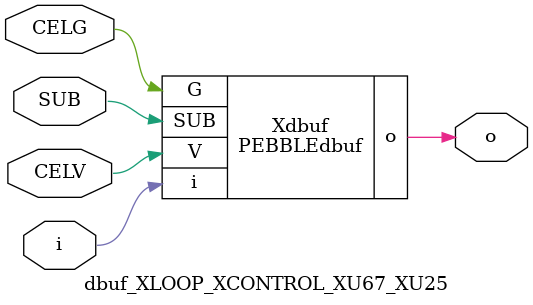
<source format=v>



module PEBBLEdbuf ( o, G, SUB, V, i );

  input V;
  input i;
  input G;
  output o;
  input SUB;
endmodule

//Celera Confidential Do Not Copy dbuf_XLOOP_XCONTROL_XU67_XU25
//Celera Confidential Symbol Generator
//Digital Buffer
module dbuf_XLOOP_XCONTROL_XU67_XU25 (CELV,CELG,i,o,SUB);
input CELV;
input CELG;
input i;
input SUB;
output o;

//Celera Confidential Do Not Copy dbuf
PEBBLEdbuf Xdbuf(
.V (CELV),
.i (i),
.o (o),
.SUB (SUB),
.G (CELG)
);
//,diesize,PEBBLEdbuf

//Celera Confidential Do Not Copy Module End
//Celera Schematic Generator
endmodule

</source>
